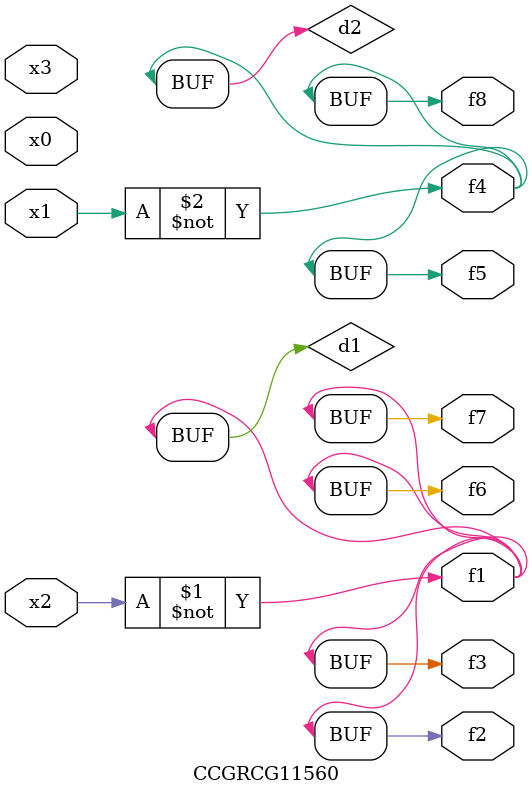
<source format=v>
module CCGRCG11560(
	input x0, x1, x2, x3,
	output f1, f2, f3, f4, f5, f6, f7, f8
);

	wire d1, d2;

	xnor (d1, x2);
	not (d2, x1);
	assign f1 = d1;
	assign f2 = d1;
	assign f3 = d1;
	assign f4 = d2;
	assign f5 = d2;
	assign f6 = d1;
	assign f7 = d1;
	assign f8 = d2;
endmodule

</source>
